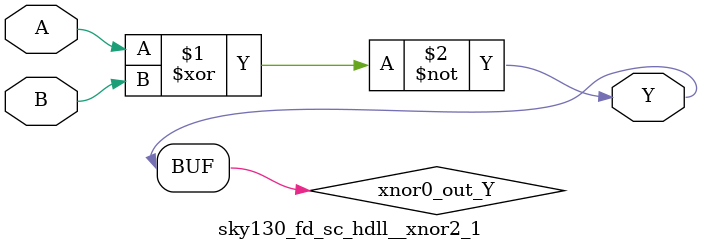
<source format=v>
/*
 * Copyright 2020 The SkyWater PDK Authors
 *
 * Licensed under the Apache License, Version 2.0 (the "License");
 * you may not use this file except in compliance with the License.
 * You may obtain a copy of the License at
 *
 *     https://www.apache.org/licenses/LICENSE-2.0
 *
 * Unless required by applicable law or agreed to in writing, software
 * distributed under the License is distributed on an "AS IS" BASIS,
 * WITHOUT WARRANTIES OR CONDITIONS OF ANY KIND, either express or implied.
 * See the License for the specific language governing permissions and
 * limitations under the License.
 *
 * SPDX-License-Identifier: Apache-2.0
*/


`ifndef SKY130_FD_SC_HDLL__XNOR2_1_FUNCTIONAL_V
`define SKY130_FD_SC_HDLL__XNOR2_1_FUNCTIONAL_V

/**
 * xnor2: 2-input exclusive NOR.
 *
 *        Y = !(A ^ B)
 *
 * Verilog simulation functional model.
 */

`timescale 1ns / 1ps
`default_nettype none

`celldefine
module sky130_fd_sc_hdll__xnor2_1 (
    Y,
    A,
    B
);

    // Module ports
    output Y;
    input  A;
    input  B;

    // Local signals
    wire xnor0_out_Y;

    //   Name   Output       Other arguments
    xnor xnor0 (xnor0_out_Y, A, B           );
    buf  buf0  (Y          , xnor0_out_Y    );

endmodule
`endcelldefine

`default_nettype wire
`endif  // SKY130_FD_SC_HDLL__XNOR2_1_FUNCTIONAL_V

</source>
